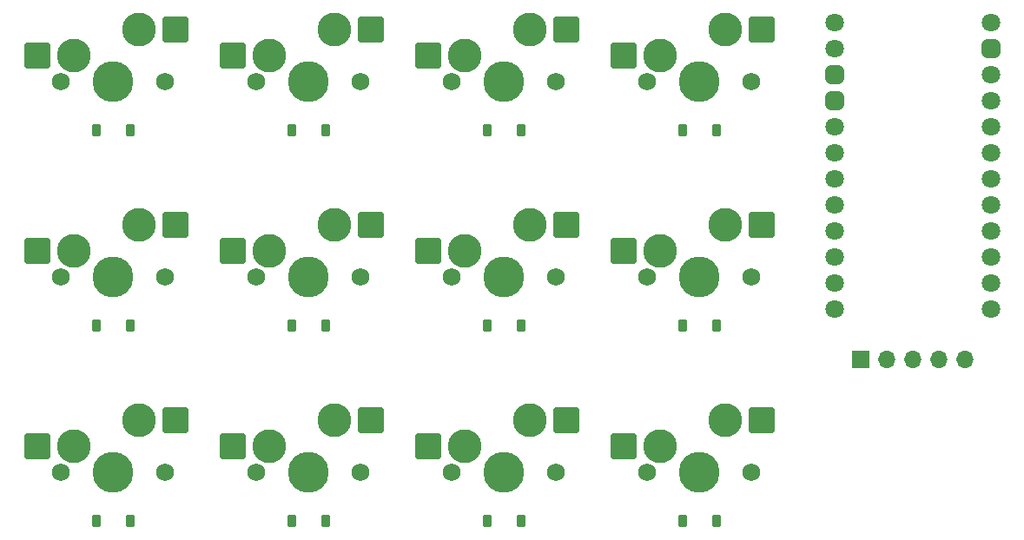
<source format=gbr>
%TF.GenerationSoftware,KiCad,Pcbnew,7.0.6-7.0.6~ubuntu22.10.1*%
%TF.CreationDate,2023-08-12T22:12:45-04:00*%
%TF.ProjectId,ZachEKeyboard,5a616368-454b-4657-9962-6f6172642e6b,rev?*%
%TF.SameCoordinates,Original*%
%TF.FileFunction,Soldermask,Bot*%
%TF.FilePolarity,Negative*%
%FSLAX46Y46*%
G04 Gerber Fmt 4.6, Leading zero omitted, Abs format (unit mm)*
G04 Created by KiCad (PCBNEW 7.0.6-7.0.6~ubuntu22.10.1) date 2023-08-12 22:12:45*
%MOMM*%
%LPD*%
G01*
G04 APERTURE LIST*
G04 Aperture macros list*
%AMRoundRect*
0 Rectangle with rounded corners*
0 $1 Rounding radius*
0 $2 $3 $4 $5 $6 $7 $8 $9 X,Y pos of 4 corners*
0 Add a 4 corners polygon primitive as box body*
4,1,4,$2,$3,$4,$5,$6,$7,$8,$9,$2,$3,0*
0 Add four circle primitives for the rounded corners*
1,1,$1+$1,$2,$3*
1,1,$1+$1,$4,$5*
1,1,$1+$1,$6,$7*
1,1,$1+$1,$8,$9*
0 Add four rect primitives between the rounded corners*
20,1,$1+$1,$2,$3,$4,$5,0*
20,1,$1+$1,$4,$5,$6,$7,0*
20,1,$1+$1,$6,$7,$8,$9,0*
20,1,$1+$1,$8,$9,$2,$3,0*%
G04 Aperture macros list end*
%ADD10C,1.800000*%
%ADD11RoundRect,0.450000X-0.450000X-0.450000X0.450000X-0.450000X0.450000X0.450000X-0.450000X0.450000X0*%
%ADD12R,1.700000X1.700000*%
%ADD13O,1.700000X1.700000*%
%ADD14C,3.300000*%
%ADD15RoundRect,0.250000X1.025000X1.000000X-1.025000X1.000000X-1.025000X-1.000000X1.025000X-1.000000X0*%
%ADD16C,1.750000*%
%ADD17C,3.987800*%
%ADD18RoundRect,0.225000X-0.225000X-0.375000X0.225000X-0.375000X0.225000X0.375000X-0.225000X0.375000X0*%
G04 APERTURE END LIST*
D10*
%TO.C,U1*%
X141763750Y-58578750D03*
X141763750Y-61118750D03*
D11*
X141763750Y-63658750D03*
X141763750Y-66198750D03*
D10*
X141763750Y-68738750D03*
X141763750Y-71278750D03*
X141763750Y-73818750D03*
X141763750Y-76358750D03*
X141763750Y-78898750D03*
X141763750Y-81438750D03*
X141763750Y-83978750D03*
X141763750Y-86518750D03*
X157003750Y-58578750D03*
D11*
X157003750Y-61118750D03*
D10*
X157003750Y-63658750D03*
X157003750Y-66198750D03*
X157003750Y-68738750D03*
X157003750Y-71278750D03*
X157003750Y-73818750D03*
X157003750Y-76358750D03*
X157003750Y-78898750D03*
X157003750Y-81438750D03*
X157003750Y-83978750D03*
X157003750Y-86518750D03*
%TD*%
D12*
%TO.C,J1*%
X144333750Y-91415000D03*
D13*
X146873750Y-91415000D03*
X149413750Y-91415000D03*
X151953750Y-91415000D03*
X154493750Y-91415000D03*
%TD*%
D14*
%TO.C,MX12*%
X131127500Y-97313750D03*
D15*
X134677500Y-97313750D03*
X121227500Y-99853750D03*
D14*
X124777500Y-99853750D03*
D16*
X123507500Y-102393750D03*
D17*
X128587500Y-102393750D03*
D16*
X133667500Y-102393750D03*
%TD*%
D14*
%TO.C,MX11*%
X112077500Y-97313750D03*
D15*
X115627500Y-97313750D03*
X102177500Y-99853750D03*
D14*
X105727500Y-99853750D03*
D16*
X104457500Y-102393750D03*
D17*
X109537500Y-102393750D03*
D16*
X114617500Y-102393750D03*
%TD*%
D14*
%TO.C,MX10*%
X93027500Y-97313750D03*
D15*
X96577500Y-97313750D03*
X83127500Y-99853750D03*
D14*
X86677500Y-99853750D03*
D16*
X85407500Y-102393750D03*
D17*
X90487500Y-102393750D03*
D16*
X95567500Y-102393750D03*
%TD*%
D14*
%TO.C,MX9*%
X73977500Y-97313750D03*
D15*
X77527500Y-97313750D03*
X64077500Y-99853750D03*
D14*
X67627500Y-99853750D03*
D16*
X66357500Y-102393750D03*
D17*
X71437500Y-102393750D03*
D16*
X76517500Y-102393750D03*
%TD*%
D14*
%TO.C,MX8*%
X131127500Y-78263750D03*
D15*
X134677500Y-78263750D03*
X121227500Y-80803750D03*
D14*
X124777500Y-80803750D03*
D16*
X123507500Y-83343750D03*
D17*
X128587500Y-83343750D03*
D16*
X133667500Y-83343750D03*
%TD*%
D14*
%TO.C,MX7*%
X112077500Y-78263750D03*
D15*
X115627500Y-78263750D03*
X102177500Y-80803750D03*
D14*
X105727500Y-80803750D03*
D16*
X104457500Y-83343750D03*
D17*
X109537500Y-83343750D03*
D16*
X114617500Y-83343750D03*
%TD*%
D14*
%TO.C,MX6*%
X93027500Y-78263750D03*
D15*
X96577500Y-78263750D03*
X83127500Y-80803750D03*
D14*
X86677500Y-80803750D03*
D16*
X85407500Y-83343750D03*
D17*
X90487500Y-83343750D03*
D16*
X95567500Y-83343750D03*
%TD*%
D14*
%TO.C,MX5*%
X73977500Y-78263750D03*
D15*
X77527500Y-78263750D03*
X64077500Y-80803750D03*
D14*
X67627500Y-80803750D03*
D16*
X66357500Y-83343750D03*
D17*
X71437500Y-83343750D03*
D16*
X76517500Y-83343750D03*
%TD*%
D14*
%TO.C,MX4*%
X131127500Y-59213750D03*
D15*
X134677500Y-59213750D03*
X121227500Y-61753750D03*
D14*
X124777500Y-61753750D03*
D16*
X123507500Y-64293750D03*
D17*
X128587500Y-64293750D03*
D16*
X133667500Y-64293750D03*
%TD*%
D14*
%TO.C,MX3*%
X112077500Y-59213750D03*
D15*
X115627500Y-59213750D03*
X102177500Y-61753750D03*
D14*
X105727500Y-61753750D03*
D16*
X104457500Y-64293750D03*
D17*
X109537500Y-64293750D03*
D16*
X114617500Y-64293750D03*
%TD*%
D14*
%TO.C,MX2*%
X93027500Y-59213750D03*
D15*
X96577500Y-59213750D03*
X83127500Y-61753750D03*
D14*
X86677500Y-61753750D03*
D16*
X85407500Y-64293750D03*
D17*
X90487500Y-64293750D03*
D16*
X95567500Y-64293750D03*
%TD*%
D14*
%TO.C,MX1*%
X73977500Y-59213750D03*
D15*
X77527500Y-59213750D03*
X64077500Y-61753750D03*
D14*
X67627500Y-61753750D03*
D16*
X66357500Y-64293750D03*
D17*
X71437500Y-64293750D03*
D16*
X76517500Y-64293750D03*
%TD*%
D18*
%TO.C,D12*%
X126937500Y-107156250D03*
X130237500Y-107156250D03*
%TD*%
%TO.C,D11*%
X107887500Y-107156250D03*
X111187500Y-107156250D03*
%TD*%
%TO.C,D10*%
X88837500Y-107156250D03*
X92137500Y-107156250D03*
%TD*%
%TO.C,D9*%
X69787500Y-107156250D03*
X73087500Y-107156250D03*
%TD*%
%TO.C,D8*%
X126937500Y-88106250D03*
X130237500Y-88106250D03*
%TD*%
%TO.C,D7*%
X107887500Y-88106250D03*
X111187500Y-88106250D03*
%TD*%
%TO.C,D6*%
X88837500Y-88106250D03*
X92137500Y-88106250D03*
%TD*%
%TO.C,D5*%
X69787500Y-88106250D03*
X73087500Y-88106250D03*
%TD*%
%TO.C,D4*%
X126937500Y-69056250D03*
X130237500Y-69056250D03*
%TD*%
%TO.C,D3*%
X107887500Y-69056250D03*
X111187500Y-69056250D03*
%TD*%
%TO.C,D2*%
X88837500Y-69056250D03*
X92137500Y-69056250D03*
%TD*%
%TO.C,D1*%
X69787500Y-69056250D03*
X73087500Y-69056250D03*
%TD*%
M02*

</source>
